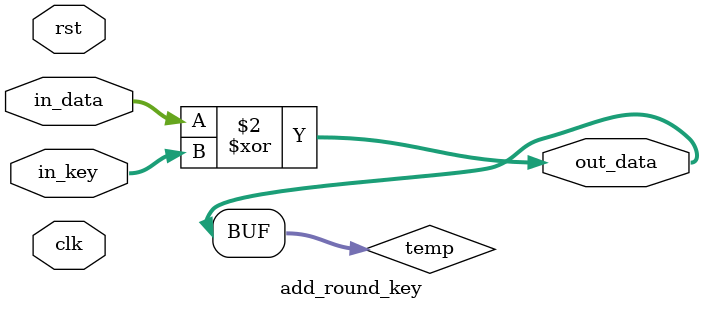
<source format=v>
module add_round_key (in_data, in_key, out_data, rst, clk);
	input clk;
	input rst;
	input wire [127:0] in_data;
	input wire [127:0] in_key;
	output wire [127:0] out_data;
	
	reg [127:0] temp;
 
  assign out_data = temp;
	
	always @* begin
	
		temp = in_data ^ in_key;
	
	end
 
 
endmodule
</source>
